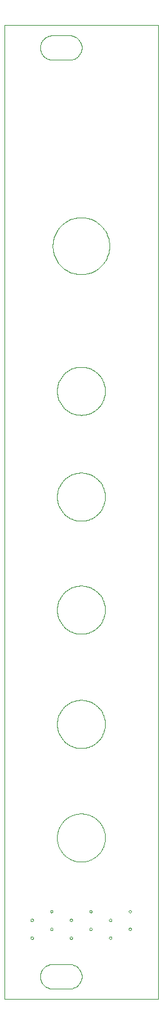
<source format=gm1>
G04 #@! TF.GenerationSoftware,KiCad,Pcbnew,(5.1.5-0-10_14)*
G04 #@! TF.CreationDate,2020-10-09T16:59:21-04:00*
G04 #@! TF.ProjectId,AYOM - VCA Panel,41594f4d-202d-4205-9643-412050616e65,rev?*
G04 #@! TF.SameCoordinates,Original*
G04 #@! TF.FileFunction,Profile,NP*
%FSLAX46Y46*%
G04 Gerber Fmt 4.6, Leading zero omitted, Abs format (unit mm)*
G04 Created by KiCad (PCBNEW (5.1.5-0-10_14)) date 2020-10-09 16:59:21*
%MOMM*%
%LPD*%
G04 APERTURE LIST*
%ADD10C,0.100000*%
G04 APERTURE END LIST*
D10*
X148985025Y-148251371D02*
X148972325Y-148315224D01*
X148972325Y-148315224D02*
X148937047Y-148366729D01*
X148937047Y-148366729D02*
X148885542Y-148402007D01*
X148885542Y-148402007D02*
X148822042Y-148414707D01*
X148822042Y-148414707D02*
X148758189Y-148402007D01*
X148758189Y-148402007D02*
X148706684Y-148366729D01*
X148706684Y-148366729D02*
X148671406Y-148315224D01*
X148671406Y-148315224D02*
X148658706Y-148251371D01*
X148658706Y-148251371D02*
X148671406Y-148187871D01*
X148671406Y-148187871D02*
X148706684Y-148136365D01*
X148706684Y-148136365D02*
X148758189Y-148101087D01*
X148758189Y-148101087D02*
X148822042Y-148088387D01*
X148822042Y-148088387D02*
X148885542Y-148101087D01*
X148885542Y-148101087D02*
X148937047Y-148136365D01*
X148937047Y-148136365D02*
X148972325Y-148187871D01*
X148972325Y-148187871D02*
X148985025Y-148251371D01*
X148985025Y-148251371D02*
X148985025Y-148251371D01*
X146392250Y-149402026D02*
X146379197Y-149465879D01*
X146379197Y-149465879D02*
X146344272Y-149517384D01*
X146344272Y-149517384D02*
X146292414Y-149552662D01*
X146292414Y-149552662D02*
X146228914Y-149565362D01*
X146228914Y-149565362D02*
X146165414Y-149552662D01*
X146165414Y-149552662D02*
X146113555Y-149517384D01*
X146113555Y-149517384D02*
X146078630Y-149465879D01*
X146078630Y-149465879D02*
X146065930Y-149402026D01*
X146065930Y-149402026D02*
X146078630Y-149338526D01*
X146078630Y-149338526D02*
X146113555Y-149287020D01*
X146113555Y-149287020D02*
X146165414Y-149251743D01*
X146165414Y-149251743D02*
X146228914Y-149239043D01*
X146228914Y-149239043D02*
X146292414Y-149251743D01*
X146292414Y-149251743D02*
X146344272Y-149287020D01*
X146344272Y-149287020D02*
X146379197Y-149338526D01*
X146379197Y-149338526D02*
X146392250Y-149402026D01*
X146392250Y-149402026D02*
X146392250Y-149402026D01*
X143799121Y-148251371D02*
X143786421Y-148315224D01*
X143786421Y-148315224D02*
X143751496Y-148366729D01*
X143751496Y-148366729D02*
X143699638Y-148402007D01*
X143699638Y-148402007D02*
X143636138Y-148414707D01*
X143636138Y-148414707D02*
X143572638Y-148402007D01*
X143572638Y-148402007D02*
X143520780Y-148366729D01*
X143520780Y-148366729D02*
X143485855Y-148315224D01*
X143485855Y-148315224D02*
X143472802Y-148251371D01*
X143472802Y-148251371D02*
X143485855Y-148187871D01*
X143485855Y-148187871D02*
X143520780Y-148136365D01*
X143520780Y-148136365D02*
X143572638Y-148101087D01*
X143572638Y-148101087D02*
X143636138Y-148088387D01*
X143636138Y-148088387D02*
X143699638Y-148101087D01*
X143699638Y-148101087D02*
X143751496Y-148136365D01*
X143751496Y-148136365D02*
X143786421Y-148187871D01*
X143786421Y-148187871D02*
X143799121Y-148251371D01*
X143799121Y-148251371D02*
X143799121Y-148251371D01*
X141206346Y-149402026D02*
X141193646Y-149465879D01*
X141193646Y-149465879D02*
X141158368Y-149517384D01*
X141158368Y-149517384D02*
X141106863Y-149552662D01*
X141106863Y-149552662D02*
X141043010Y-149565362D01*
X141043010Y-149565362D02*
X140979510Y-149552662D01*
X140979510Y-149552662D02*
X140928004Y-149517384D01*
X140928004Y-149517384D02*
X140892726Y-149465879D01*
X140892726Y-149465879D02*
X140880026Y-149402026D01*
X140880026Y-149402026D02*
X140892726Y-149338526D01*
X140892726Y-149338526D02*
X140928004Y-149287020D01*
X140928004Y-149287020D02*
X140979510Y-149251743D01*
X140979510Y-149251743D02*
X141043010Y-149239043D01*
X141043010Y-149239043D02*
X141106863Y-149251743D01*
X141106863Y-149251743D02*
X141158368Y-149287020D01*
X141158368Y-149287020D02*
X141193646Y-149338526D01*
X141193646Y-149338526D02*
X141206346Y-149402026D01*
X141206346Y-149402026D02*
X141206346Y-149402026D01*
X138613570Y-148251371D02*
X138600518Y-148315224D01*
X138600518Y-148315224D02*
X138565593Y-148366729D01*
X138565593Y-148366729D02*
X138513734Y-148402007D01*
X138513734Y-148402007D02*
X138450234Y-148414707D01*
X138450234Y-148414707D02*
X138386734Y-148402007D01*
X138386734Y-148402007D02*
X138334876Y-148366729D01*
X138334876Y-148366729D02*
X138299951Y-148315224D01*
X138299951Y-148315224D02*
X138287251Y-148251371D01*
X138287251Y-148251371D02*
X138299951Y-148187871D01*
X138299951Y-148187871D02*
X138334876Y-148136365D01*
X138334876Y-148136365D02*
X138386734Y-148101087D01*
X138386734Y-148101087D02*
X138450234Y-148088387D01*
X138450234Y-148088387D02*
X138513734Y-148101087D01*
X138513734Y-148101087D02*
X138565593Y-148136365D01*
X138565593Y-148136365D02*
X138600518Y-148187871D01*
X138600518Y-148187871D02*
X138613570Y-148251371D01*
X138613570Y-148251371D02*
X138613570Y-148251371D01*
X136020442Y-149402026D02*
X136007742Y-149465879D01*
X136007742Y-149465879D02*
X135972817Y-149517384D01*
X135972817Y-149517384D02*
X135920959Y-149552662D01*
X135920959Y-149552662D02*
X135857459Y-149565362D01*
X135857459Y-149565362D02*
X135793959Y-149552662D01*
X135793959Y-149552662D02*
X135742100Y-149517384D01*
X135742100Y-149517384D02*
X135707175Y-149465879D01*
X135707175Y-149465879D02*
X135694123Y-149402026D01*
X135694123Y-149402026D02*
X135707175Y-149338526D01*
X135707175Y-149338526D02*
X135742100Y-149287020D01*
X135742100Y-149287020D02*
X135793959Y-149251743D01*
X135793959Y-149251743D02*
X135857459Y-149239043D01*
X135857459Y-149239043D02*
X135920959Y-149251743D01*
X135920959Y-149251743D02*
X135972817Y-149287020D01*
X135972817Y-149287020D02*
X136007742Y-149338526D01*
X136007742Y-149338526D02*
X136020442Y-149402026D01*
X136020442Y-149402026D02*
X136020442Y-149402026D01*
X148985025Y-145915947D02*
X148972325Y-145979447D01*
X148972325Y-145979447D02*
X148937047Y-146030952D01*
X148937047Y-146030952D02*
X148885542Y-146066230D01*
X148885542Y-146066230D02*
X148822042Y-146078930D01*
X148822042Y-146078930D02*
X148758189Y-146066230D01*
X148758189Y-146066230D02*
X148706684Y-146030952D01*
X148706684Y-146030952D02*
X148671406Y-145979447D01*
X148671406Y-145979447D02*
X148658706Y-145915947D01*
X148658706Y-145915947D02*
X148671406Y-145852094D01*
X148671406Y-145852094D02*
X148706684Y-145800588D01*
X148706684Y-145800588D02*
X148758189Y-145765311D01*
X148758189Y-145765311D02*
X148822042Y-145752611D01*
X148822042Y-145752611D02*
X148885542Y-145765311D01*
X148885542Y-145765311D02*
X148937047Y-145800588D01*
X148937047Y-145800588D02*
X148972325Y-145852094D01*
X148972325Y-145852094D02*
X148985025Y-145915947D01*
X148985025Y-145915947D02*
X148985025Y-145915947D01*
X146392250Y-147066602D02*
X146379197Y-147130102D01*
X146379197Y-147130102D02*
X146344272Y-147181607D01*
X146344272Y-147181607D02*
X146292414Y-147216885D01*
X146292414Y-147216885D02*
X146228914Y-147229585D01*
X146228914Y-147229585D02*
X146165414Y-147216885D01*
X146165414Y-147216885D02*
X146113555Y-147181607D01*
X146113555Y-147181607D02*
X146078630Y-147130102D01*
X146078630Y-147130102D02*
X146065930Y-147066602D01*
X146065930Y-147066602D02*
X146078630Y-147002749D01*
X146078630Y-147002749D02*
X146113555Y-146951244D01*
X146113555Y-146951244D02*
X146165414Y-146915966D01*
X146165414Y-146915966D02*
X146228914Y-146903266D01*
X146228914Y-146903266D02*
X146292414Y-146915966D01*
X146292414Y-146915966D02*
X146344272Y-146951244D01*
X146344272Y-146951244D02*
X146379197Y-147002749D01*
X146379197Y-147002749D02*
X146392250Y-147066602D01*
X146392250Y-147066602D02*
X146392250Y-147066602D01*
X143799121Y-145915947D02*
X143786421Y-145979447D01*
X143786421Y-145979447D02*
X143751496Y-146030952D01*
X143751496Y-146030952D02*
X143699638Y-146066230D01*
X143699638Y-146066230D02*
X143636138Y-146078930D01*
X143636138Y-146078930D02*
X143572638Y-146066230D01*
X143572638Y-146066230D02*
X143520780Y-146030952D01*
X143520780Y-146030952D02*
X143485855Y-145979447D01*
X143485855Y-145979447D02*
X143472802Y-145915947D01*
X143472802Y-145915947D02*
X143485855Y-145852094D01*
X143485855Y-145852094D02*
X143520780Y-145800588D01*
X143520780Y-145800588D02*
X143572638Y-145765311D01*
X143572638Y-145765311D02*
X143636138Y-145752611D01*
X143636138Y-145752611D02*
X143699638Y-145765311D01*
X143699638Y-145765311D02*
X143751496Y-145800588D01*
X143751496Y-145800588D02*
X143786421Y-145852094D01*
X143786421Y-145852094D02*
X143799121Y-145915947D01*
X143799121Y-145915947D02*
X143799121Y-145915947D01*
X141206346Y-147066602D02*
X141193646Y-147130102D01*
X141193646Y-147130102D02*
X141158368Y-147181607D01*
X141158368Y-147181607D02*
X141106863Y-147216885D01*
X141106863Y-147216885D02*
X141043010Y-147229585D01*
X141043010Y-147229585D02*
X140979510Y-147216885D01*
X140979510Y-147216885D02*
X140928004Y-147181607D01*
X140928004Y-147181607D02*
X140892726Y-147130102D01*
X140892726Y-147130102D02*
X140880026Y-147066602D01*
X140880026Y-147066602D02*
X140892726Y-147002749D01*
X140892726Y-147002749D02*
X140928004Y-146951244D01*
X140928004Y-146951244D02*
X140979510Y-146915966D01*
X140979510Y-146915966D02*
X141043010Y-146903266D01*
X141043010Y-146903266D02*
X141106863Y-146915966D01*
X141106863Y-146915966D02*
X141158368Y-146951244D01*
X141158368Y-146951244D02*
X141193646Y-147002749D01*
X141193646Y-147002749D02*
X141206346Y-147066602D01*
X141206346Y-147066602D02*
X141206346Y-147066602D01*
X138613570Y-145915947D02*
X138600518Y-145979447D01*
X138600518Y-145979447D02*
X138565593Y-146030952D01*
X138565593Y-146030952D02*
X138513734Y-146066230D01*
X138513734Y-146066230D02*
X138450234Y-146078930D01*
X138450234Y-146078930D02*
X138386734Y-146066230D01*
X138386734Y-146066230D02*
X138334876Y-146030952D01*
X138334876Y-146030952D02*
X138299951Y-145979447D01*
X138299951Y-145979447D02*
X138287251Y-145915947D01*
X138287251Y-145915947D02*
X138299951Y-145852094D01*
X138299951Y-145852094D02*
X138334876Y-145800588D01*
X138334876Y-145800588D02*
X138386734Y-145765311D01*
X138386734Y-145765311D02*
X138450234Y-145752611D01*
X138450234Y-145752611D02*
X138513734Y-145765311D01*
X138513734Y-145765311D02*
X138565593Y-145800588D01*
X138565593Y-145800588D02*
X138600518Y-145852094D01*
X138600518Y-145852094D02*
X138613570Y-145915947D01*
X138613570Y-145915947D02*
X138613570Y-145915947D01*
X136020442Y-147066602D02*
X136007742Y-147130102D01*
X136007742Y-147130102D02*
X135972817Y-147181607D01*
X135972817Y-147181607D02*
X135920959Y-147216885D01*
X135920959Y-147216885D02*
X135857459Y-147229585D01*
X135857459Y-147229585D02*
X135793959Y-147216885D01*
X135793959Y-147216885D02*
X135742100Y-147181607D01*
X135742100Y-147181607D02*
X135707175Y-147130102D01*
X135707175Y-147130102D02*
X135694123Y-147066602D01*
X135694123Y-147066602D02*
X135707175Y-147002749D01*
X135707175Y-147002749D02*
X135742100Y-146951244D01*
X135742100Y-146951244D02*
X135793959Y-146915966D01*
X135793959Y-146915966D02*
X135857459Y-146903266D01*
X135857459Y-146903266D02*
X135920959Y-146915966D01*
X135920959Y-146915966D02*
X135972817Y-146951244D01*
X135972817Y-146951244D02*
X136007742Y-147002749D01*
X136007742Y-147002749D02*
X136020442Y-147066602D01*
X136020442Y-147066602D02*
X136020442Y-147066602D01*
X132200000Y-28999996D02*
X152520000Y-28999996D01*
X152520000Y-28999996D02*
X152520000Y-157500710D01*
X152520000Y-157500710D02*
X132200000Y-157500710D01*
X132200000Y-157500710D02*
X132200000Y-28999996D01*
X132200000Y-28999996D02*
X132200000Y-28999996D01*
X138550176Y-30400171D02*
X138693757Y-30400171D01*
X138693757Y-30400171D02*
X138837337Y-30400171D01*
X138837337Y-30400171D02*
X138981271Y-30400171D01*
X138981271Y-30400171D02*
X139125204Y-30400171D01*
X139125204Y-30400171D02*
X139268785Y-30400171D01*
X139268785Y-30400171D02*
X139412365Y-30400171D01*
X139412365Y-30400171D02*
X139556298Y-30400171D01*
X139556298Y-30400171D02*
X139700232Y-30400171D01*
X139700232Y-30400171D02*
X139843812Y-30400171D01*
X139843812Y-30400171D02*
X139987393Y-30400171D01*
X139987393Y-30400171D02*
X140131326Y-30400171D01*
X140131326Y-30400171D02*
X140275260Y-30400171D01*
X140275260Y-30400171D02*
X140418840Y-30400171D01*
X140418840Y-30400171D02*
X140562421Y-30400171D01*
X140562421Y-30400171D02*
X140706354Y-30400171D01*
X140706354Y-30400171D02*
X140850287Y-30400171D01*
X140850287Y-30400171D02*
X141013976Y-30408285D01*
X141013976Y-30408285D02*
X141173432Y-30432627D01*
X141173432Y-30432627D02*
X141326537Y-30471785D01*
X141326537Y-30471785D02*
X141473646Y-30525407D01*
X141473646Y-30525407D02*
X141613698Y-30592788D01*
X141613698Y-30592788D02*
X141745637Y-30672516D01*
X141745637Y-30672516D02*
X141868757Y-30764591D01*
X141868757Y-30764591D02*
X141982351Y-30867954D01*
X141982351Y-30867954D02*
X142085362Y-30981196D01*
X142085362Y-30981196D02*
X142177085Y-31104316D01*
X142177085Y-31104316D02*
X142257518Y-31236254D01*
X142257518Y-31236254D02*
X142324546Y-31376307D01*
X142324546Y-31376307D02*
X142378521Y-31523416D01*
X142378521Y-31523416D02*
X142417679Y-31676874D01*
X142417679Y-31676874D02*
X142441668Y-31835977D01*
X142441668Y-31835977D02*
X142450134Y-32000018D01*
X142450134Y-32000018D02*
X142441668Y-32164060D01*
X142441668Y-32164060D02*
X142417679Y-32323163D01*
X142417679Y-32323163D02*
X142378521Y-32476621D01*
X142378521Y-32476621D02*
X142324546Y-32623729D01*
X142324546Y-32623729D02*
X142257518Y-32763782D01*
X142257518Y-32763782D02*
X142177085Y-32895721D01*
X142177085Y-32895721D02*
X142085362Y-33018841D01*
X142085362Y-33018841D02*
X141982351Y-33132435D01*
X141982351Y-33132435D02*
X141868757Y-33235446D01*
X141868757Y-33235446D02*
X141745637Y-33327168D01*
X141745637Y-33327168D02*
X141613698Y-33407249D01*
X141613698Y-33407249D02*
X141473646Y-33474629D01*
X141473646Y-33474629D02*
X141326537Y-33528252D01*
X141326537Y-33528252D02*
X141173432Y-33567410D01*
X141173432Y-33567410D02*
X141013976Y-33591752D01*
X141013976Y-33591752D02*
X140850287Y-33599866D01*
X140850287Y-33599866D02*
X140706354Y-33599866D01*
X140706354Y-33599866D02*
X140562421Y-33599866D01*
X140562421Y-33599866D02*
X140418840Y-33599866D01*
X140418840Y-33599866D02*
X140275260Y-33599866D01*
X140275260Y-33599866D02*
X140131326Y-33599866D01*
X140131326Y-33599866D02*
X139987393Y-33599866D01*
X139987393Y-33599866D02*
X139843812Y-33599866D01*
X139843812Y-33599866D02*
X139700232Y-33599866D01*
X139700232Y-33599866D02*
X139556298Y-33599866D01*
X139556298Y-33599866D02*
X139412365Y-33599866D01*
X139412365Y-33599866D02*
X139268785Y-33599866D01*
X139268785Y-33599866D02*
X139125204Y-33599866D01*
X139125204Y-33599866D02*
X138981271Y-33599866D01*
X138981271Y-33599866D02*
X138837337Y-33599866D01*
X138837337Y-33599866D02*
X138693757Y-33599866D01*
X138693757Y-33599866D02*
X138550176Y-33599866D01*
X138550176Y-33599866D02*
X138385782Y-33591752D01*
X138385782Y-33591752D02*
X138226679Y-33567410D01*
X138226679Y-33567410D02*
X138073221Y-33528252D01*
X138073221Y-33528252D02*
X137926112Y-33474629D01*
X137926112Y-33474629D02*
X137786412Y-33407249D01*
X137786412Y-33407249D02*
X137654473Y-33327168D01*
X137654473Y-33327168D02*
X137531001Y-33235446D01*
X137531001Y-33235446D02*
X137417760Y-33132435D01*
X137417760Y-33132435D02*
X137314748Y-33018841D01*
X137314748Y-33018841D02*
X137222674Y-32895721D01*
X137222674Y-32895721D02*
X137142946Y-32763782D01*
X137142946Y-32763782D02*
X137075565Y-32623729D01*
X137075565Y-32623729D02*
X137021943Y-32476621D01*
X137021943Y-32476621D02*
X136982785Y-32323163D01*
X136982785Y-32323163D02*
X136958443Y-32164060D01*
X136958443Y-32164060D02*
X136950329Y-32000018D01*
X136950329Y-32000018D02*
X136958443Y-31835977D01*
X136958443Y-31835977D02*
X136982785Y-31676874D01*
X136982785Y-31676874D02*
X137021943Y-31523416D01*
X137021943Y-31523416D02*
X137075565Y-31376307D01*
X137075565Y-31376307D02*
X137142946Y-31236254D01*
X137142946Y-31236254D02*
X137222674Y-31104316D01*
X137222674Y-31104316D02*
X137314748Y-30981196D01*
X137314748Y-30981196D02*
X137417760Y-30867954D01*
X137417760Y-30867954D02*
X137531001Y-30764591D01*
X137531001Y-30764591D02*
X137654473Y-30672516D01*
X137654473Y-30672516D02*
X137786412Y-30592788D01*
X137786412Y-30592788D02*
X137926112Y-30525407D01*
X137926112Y-30525407D02*
X138073221Y-30471785D01*
X138073221Y-30471785D02*
X138226679Y-30432627D01*
X138226679Y-30432627D02*
X138385782Y-30408285D01*
X138385782Y-30408285D02*
X138550176Y-30400171D01*
X138550176Y-30400171D02*
X138550176Y-30400171D01*
X138550176Y-152899500D02*
X138693757Y-152899500D01*
X138693757Y-152899500D02*
X138837337Y-152899500D01*
X138837337Y-152899500D02*
X138981271Y-152899500D01*
X138981271Y-152899500D02*
X139125204Y-152899500D01*
X139125204Y-152899500D02*
X139268785Y-152899500D01*
X139268785Y-152899500D02*
X139412365Y-152899500D01*
X139412365Y-152899500D02*
X139556298Y-152899500D01*
X139556298Y-152899500D02*
X139700232Y-152899500D01*
X139700232Y-152899500D02*
X139843812Y-152899500D01*
X139843812Y-152899500D02*
X139987393Y-152899500D01*
X139987393Y-152899500D02*
X140131326Y-152899500D01*
X140131326Y-152899500D02*
X140275260Y-152899500D01*
X140275260Y-152899500D02*
X140418840Y-152899500D01*
X140418840Y-152899500D02*
X140562421Y-152899500D01*
X140562421Y-152899500D02*
X140706354Y-152899500D01*
X140706354Y-152899500D02*
X140850287Y-152899500D01*
X140850287Y-152899500D02*
X141013976Y-152907614D01*
X141013976Y-152907614D02*
X141173432Y-152931956D01*
X141173432Y-152931956D02*
X141326537Y-152971114D01*
X141326537Y-152971114D02*
X141473646Y-153024736D01*
X141473646Y-153024736D02*
X141613698Y-153092117D01*
X141613698Y-153092117D02*
X141745637Y-153171845D01*
X141745637Y-153171845D02*
X141868757Y-153263920D01*
X141868757Y-153263920D02*
X141982351Y-153366931D01*
X141982351Y-153366931D02*
X142085362Y-153480525D01*
X142085362Y-153480525D02*
X142177085Y-153603645D01*
X142177085Y-153603645D02*
X142257518Y-153735583D01*
X142257518Y-153735583D02*
X142324546Y-153875636D01*
X142324546Y-153875636D02*
X142378521Y-154022745D01*
X142378521Y-154022745D02*
X142417679Y-154176203D01*
X142417679Y-154176203D02*
X142441668Y-154335306D01*
X142441668Y-154335306D02*
X142450134Y-154499347D01*
X142450134Y-154499347D02*
X142441668Y-154663389D01*
X142441668Y-154663389D02*
X142417679Y-154822845D01*
X142417679Y-154822845D02*
X142378521Y-154976656D01*
X142378521Y-154976656D02*
X142324546Y-155124117D01*
X142324546Y-155124117D02*
X142257518Y-155263817D01*
X142257518Y-155263817D02*
X142177085Y-155396108D01*
X142177085Y-155396108D02*
X142085362Y-155519228D01*
X142085362Y-155519228D02*
X141982351Y-155632822D01*
X141982351Y-155632822D02*
X141868757Y-155735833D01*
X141868757Y-155735833D02*
X141745637Y-155827908D01*
X141745637Y-155827908D02*
X141613698Y-155907989D01*
X141613698Y-155907989D02*
X141473646Y-155975369D01*
X141473646Y-155975369D02*
X141326537Y-156028639D01*
X141326537Y-156028639D02*
X141173432Y-156068150D01*
X141173432Y-156068150D02*
X141013976Y-156092492D01*
X141013976Y-156092492D02*
X140850287Y-156100606D01*
X140850287Y-156100606D02*
X140706354Y-156100606D01*
X140706354Y-156100606D02*
X140562421Y-156100606D01*
X140562421Y-156100606D02*
X140418840Y-156100606D01*
X140418840Y-156100606D02*
X140275260Y-156100606D01*
X140275260Y-156100606D02*
X140131326Y-156100606D01*
X140131326Y-156100606D02*
X139987393Y-156100606D01*
X139987393Y-156100606D02*
X139843812Y-156100606D01*
X139843812Y-156100606D02*
X139700232Y-156100606D01*
X139700232Y-156100606D02*
X139556298Y-156100606D01*
X139556298Y-156100606D02*
X139412365Y-156100606D01*
X139412365Y-156100606D02*
X139268785Y-156100606D01*
X139268785Y-156100606D02*
X139125204Y-156100606D01*
X139125204Y-156100606D02*
X138981271Y-156100606D01*
X138981271Y-156100606D02*
X138837337Y-156100606D01*
X138837337Y-156100606D02*
X138693757Y-156100606D01*
X138693757Y-156100606D02*
X138550176Y-156100606D01*
X138550176Y-156100606D02*
X138385782Y-156092492D01*
X138385782Y-156092492D02*
X138226679Y-156068150D01*
X138226679Y-156068150D02*
X138073221Y-156028639D01*
X138073221Y-156028639D02*
X137926112Y-155975369D01*
X137926112Y-155975369D02*
X137786412Y-155907989D01*
X137786412Y-155907989D02*
X137654473Y-155827908D01*
X137654473Y-155827908D02*
X137531001Y-155735833D01*
X137531001Y-155735833D02*
X137417760Y-155632822D01*
X137417760Y-155632822D02*
X137314748Y-155519228D01*
X137314748Y-155519228D02*
X137222674Y-155396108D01*
X137222674Y-155396108D02*
X137142946Y-155263817D01*
X137142946Y-155263817D02*
X137075565Y-155124117D01*
X137075565Y-155124117D02*
X137021943Y-154976656D01*
X137021943Y-154976656D02*
X136982785Y-154822845D01*
X136982785Y-154822845D02*
X136958443Y-154663389D01*
X136958443Y-154663389D02*
X136950329Y-154499347D01*
X136950329Y-154499347D02*
X136958443Y-154335306D01*
X136958443Y-154335306D02*
X136982785Y-154176203D01*
X136982785Y-154176203D02*
X137021943Y-154022745D01*
X137021943Y-154022745D02*
X137075565Y-153875636D01*
X137075565Y-153875636D02*
X137142946Y-153735583D01*
X137142946Y-153735583D02*
X137222674Y-153603645D01*
X137222674Y-153603645D02*
X137314748Y-153480525D01*
X137314748Y-153480525D02*
X137417760Y-153366931D01*
X137417760Y-153366931D02*
X137531001Y-153263920D01*
X137531001Y-153263920D02*
X137654473Y-153171845D01*
X137654473Y-153171845D02*
X137786412Y-153092117D01*
X137786412Y-153092117D02*
X137926112Y-153024736D01*
X137926112Y-153024736D02*
X138073221Y-152971114D01*
X138073221Y-152971114D02*
X138226679Y-152931956D01*
X138226679Y-152931956D02*
X138385782Y-152907614D01*
X138385782Y-152907614D02*
X138550176Y-152899500D01*
X138550176Y-152899500D02*
X138550176Y-152899500D01*
X146111121Y-58155915D02*
X146106182Y-58348884D01*
X146106182Y-58348884D02*
X146091718Y-58539384D01*
X146091718Y-58539384D02*
X146067729Y-58727062D01*
X146067729Y-58727062D02*
X146034921Y-58911565D01*
X146034921Y-58911565D02*
X145992941Y-59092892D01*
X145992941Y-59092892D02*
X145942141Y-59271045D01*
X145942141Y-59271045D02*
X145883227Y-59445317D01*
X145883227Y-59445317D02*
X145816199Y-59615709D01*
X145816199Y-59615709D02*
X145741057Y-59781515D01*
X145741057Y-59781515D02*
X145658507Y-59943440D01*
X145658507Y-59943440D02*
X145568196Y-60100426D01*
X145568196Y-60100426D02*
X145470829Y-60252473D01*
X145470829Y-60252473D02*
X145366054Y-60399581D01*
X145366054Y-60399581D02*
X145254577Y-60541398D01*
X145254577Y-60541398D02*
X145136749Y-60677217D01*
X145136749Y-60677217D02*
X145012924Y-60807745D01*
X145012924Y-60807745D02*
X144882749Y-60931570D01*
X144882749Y-60931570D02*
X144746577Y-61049751D01*
X144746577Y-61049751D02*
X144604407Y-61160876D01*
X144604407Y-61160876D02*
X144457652Y-61265298D01*
X144457652Y-61265298D02*
X144305604Y-61363017D01*
X144305604Y-61363017D02*
X144148618Y-61453329D01*
X144148618Y-61453329D02*
X143987046Y-61536231D01*
X143987046Y-61536231D02*
X143820888Y-61611020D01*
X143820888Y-61611020D02*
X143650143Y-61678401D01*
X143650143Y-61678401D02*
X143476224Y-61737315D01*
X143476224Y-61737315D02*
X143298071Y-61787762D01*
X143298071Y-61787762D02*
X143116743Y-61829742D01*
X143116743Y-61829742D02*
X142931888Y-61862551D01*
X142931888Y-61862551D02*
X142744563Y-61886540D01*
X142744563Y-61886540D02*
X142554063Y-61901003D01*
X142554063Y-61901003D02*
X142361093Y-61905942D01*
X142361093Y-61905942D02*
X142168124Y-61901003D01*
X142168124Y-61901003D02*
X141977624Y-61886540D01*
X141977624Y-61886540D02*
X141789946Y-61862551D01*
X141789946Y-61862551D02*
X141605443Y-61829742D01*
X141605443Y-61829742D02*
X141423763Y-61787762D01*
X141423763Y-61787762D02*
X141245963Y-61737315D01*
X141245963Y-61737315D02*
X141071691Y-61678401D01*
X141071691Y-61678401D02*
X140901299Y-61611020D01*
X140901299Y-61611020D02*
X140735493Y-61536231D01*
X140735493Y-61536231D02*
X140573568Y-61453329D01*
X140573568Y-61453329D02*
X140416230Y-61363017D01*
X140416230Y-61363017D02*
X140264535Y-61265298D01*
X140264535Y-61265298D02*
X140117427Y-61160876D01*
X140117427Y-61160876D02*
X139975610Y-61049751D01*
X139975610Y-61049751D02*
X139839791Y-60931570D01*
X139839791Y-60931570D02*
X139709616Y-60807745D01*
X139709616Y-60807745D02*
X139585085Y-60677217D01*
X139585085Y-60677217D02*
X139467257Y-60541398D01*
X139467257Y-60541398D02*
X139356132Y-60399581D01*
X139356132Y-60399581D02*
X139251710Y-60252473D01*
X139251710Y-60252473D02*
X139153991Y-60100426D01*
X139153991Y-60100426D02*
X139063327Y-59943440D01*
X139063327Y-59943440D02*
X138980777Y-59781515D01*
X138980777Y-59781515D02*
X138905635Y-59615709D01*
X138905635Y-59615709D02*
X138838607Y-59445317D01*
X138838607Y-59445317D02*
X138779693Y-59271045D01*
X138779693Y-59271045D02*
X138728893Y-59092892D01*
X138728893Y-59092892D02*
X138687266Y-58911565D01*
X138687266Y-58911565D02*
X138654105Y-58727062D01*
X138654105Y-58727062D02*
X138630468Y-58539384D01*
X138630468Y-58539384D02*
X138616005Y-58348884D01*
X138616005Y-58348884D02*
X138611066Y-58155915D01*
X138611066Y-58155915D02*
X138616005Y-57962945D01*
X138616005Y-57962945D02*
X138630468Y-57772445D01*
X138630468Y-57772445D02*
X138654105Y-57584767D01*
X138654105Y-57584767D02*
X138687266Y-57399912D01*
X138687266Y-57399912D02*
X138728893Y-57218584D01*
X138728893Y-57218584D02*
X138779693Y-57040784D01*
X138779693Y-57040784D02*
X138838607Y-56866512D01*
X138838607Y-56866512D02*
X138905635Y-56696120D01*
X138905635Y-56696120D02*
X138980777Y-56530315D01*
X138980777Y-56530315D02*
X139063327Y-56368390D01*
X139063327Y-56368390D02*
X139153991Y-56211404D01*
X139153991Y-56211404D02*
X139251710Y-56059356D01*
X139251710Y-56059356D02*
X139356132Y-55912248D01*
X139356132Y-55912248D02*
X139467257Y-55770431D01*
X139467257Y-55770431D02*
X139585085Y-55634612D01*
X139585085Y-55634612D02*
X139709616Y-55504084D01*
X139709616Y-55504084D02*
X139839791Y-55379906D01*
X139839791Y-55379906D02*
X139975610Y-55262079D01*
X139975610Y-55262079D02*
X140117427Y-55150954D01*
X140117427Y-55150954D02*
X140264535Y-55046531D01*
X140264535Y-55046531D02*
X140416230Y-54948812D01*
X140416230Y-54948812D02*
X140573568Y-54858501D01*
X140573568Y-54858501D02*
X140735493Y-54775598D01*
X140735493Y-54775598D02*
X140901299Y-54700456D01*
X140901299Y-54700456D02*
X141071691Y-54633429D01*
X141071691Y-54633429D02*
X141245963Y-54574515D01*
X141245963Y-54574515D02*
X141423763Y-54524068D01*
X141423763Y-54524068D02*
X141605443Y-54482087D01*
X141605443Y-54482087D02*
X141789946Y-54449279D01*
X141789946Y-54449279D02*
X141977624Y-54425290D01*
X141977624Y-54425290D02*
X142168124Y-54410826D01*
X142168124Y-54410826D02*
X142361093Y-54405887D01*
X142361093Y-54405887D02*
X142554063Y-54410826D01*
X142554063Y-54410826D02*
X142744563Y-54425290D01*
X142744563Y-54425290D02*
X142931888Y-54449279D01*
X142931888Y-54449279D02*
X143116743Y-54482087D01*
X143116743Y-54482087D02*
X143298071Y-54524068D01*
X143298071Y-54524068D02*
X143476224Y-54574515D01*
X143476224Y-54574515D02*
X143650143Y-54633429D01*
X143650143Y-54633429D02*
X143820888Y-54700456D01*
X143820888Y-54700456D02*
X143987046Y-54775598D01*
X143987046Y-54775598D02*
X144148618Y-54858501D01*
X144148618Y-54858501D02*
X144305604Y-54948812D01*
X144305604Y-54948812D02*
X144457652Y-55046531D01*
X144457652Y-55046531D02*
X144604407Y-55150954D01*
X144604407Y-55150954D02*
X144746577Y-55262079D01*
X144746577Y-55262079D02*
X144882749Y-55379906D01*
X144882749Y-55379906D02*
X145012924Y-55504084D01*
X145012924Y-55504084D02*
X145136749Y-55634612D01*
X145136749Y-55634612D02*
X145254577Y-55770431D01*
X145254577Y-55770431D02*
X145366054Y-55912248D01*
X145366054Y-55912248D02*
X145470829Y-56059356D01*
X145470829Y-56059356D02*
X145568196Y-56211404D01*
X145568196Y-56211404D02*
X145658507Y-56368390D01*
X145658507Y-56368390D02*
X145741057Y-56530315D01*
X145741057Y-56530315D02*
X145816199Y-56696120D01*
X145816199Y-56696120D02*
X145883227Y-56866512D01*
X145883227Y-56866512D02*
X145942141Y-57040784D01*
X145942141Y-57040784D02*
X145992941Y-57218584D01*
X145992941Y-57218584D02*
X146034921Y-57399912D01*
X146034921Y-57399912D02*
X146067729Y-57584767D01*
X146067729Y-57584767D02*
X146091718Y-57772445D01*
X146091718Y-57772445D02*
X146106182Y-57962945D01*
X146106182Y-57962945D02*
X146111121Y-58155915D01*
X146111121Y-58155915D02*
X146111121Y-58155915D01*
X145535106Y-136198013D02*
X145534047Y-136279857D01*
X145534047Y-136279857D02*
X145530872Y-136361349D01*
X145530872Y-136361349D02*
X145525933Y-136442135D01*
X145525933Y-136442135D02*
X145518525Y-136522568D01*
X145518525Y-136522568D02*
X145509706Y-136602296D01*
X145509706Y-136602296D02*
X145498417Y-136681318D01*
X145498417Y-136681318D02*
X145485364Y-136759988D01*
X145485364Y-136759988D02*
X145470194Y-136837599D01*
X145470194Y-136837599D02*
X145453967Y-136914857D01*
X145453967Y-136914857D02*
X145435269Y-136991410D01*
X145435269Y-136991410D02*
X145414456Y-137067257D01*
X145414456Y-137067257D02*
X145392231Y-137142046D01*
X145392231Y-137142046D02*
X145367889Y-137216482D01*
X145367889Y-137216482D02*
X145342136Y-137289860D01*
X145342136Y-137289860D02*
X145314619Y-137362179D01*
X145314619Y-137362179D02*
X145285339Y-137433793D01*
X145285339Y-137433793D02*
X145254647Y-137504349D01*
X145254647Y-137504349D02*
X145221839Y-137574199D01*
X145221839Y-137574199D02*
X145187619Y-137643343D01*
X145187619Y-137643343D02*
X145151636Y-137711429D01*
X145151636Y-137711429D02*
X145114594Y-137778104D01*
X145114594Y-137778104D02*
X145075083Y-137844427D01*
X145075083Y-137844427D02*
X145034867Y-137909338D01*
X145034867Y-137909338D02*
X144992886Y-137972838D01*
X144992886Y-137972838D02*
X144949142Y-138035985D01*
X144949142Y-138035985D02*
X144904339Y-138097721D01*
X144904339Y-138097721D02*
X144857772Y-138158399D01*
X144857772Y-138158399D02*
X144809794Y-138217665D01*
X144809794Y-138217665D02*
X144760758Y-138275874D01*
X144760758Y-138275874D02*
X144709958Y-138332671D01*
X144709958Y-138332671D02*
X144658453Y-138388410D01*
X144658453Y-138388410D02*
X144604831Y-138442738D01*
X144604831Y-138442738D02*
X144550503Y-138496360D01*
X144550503Y-138496360D02*
X144494764Y-138548218D01*
X144494764Y-138548218D02*
X144437967Y-138598665D01*
X144437967Y-138598665D02*
X144379758Y-138647702D01*
X144379758Y-138647702D02*
X144320139Y-138695679D01*
X144320139Y-138695679D02*
X144259814Y-138742246D01*
X144259814Y-138742246D02*
X144198078Y-138787049D01*
X144198078Y-138787049D02*
X144134931Y-138830793D01*
X144134931Y-138830793D02*
X144071431Y-138872774D01*
X144071431Y-138872774D02*
X144006167Y-138913343D01*
X144006167Y-138913343D02*
X143940197Y-138952502D01*
X143940197Y-138952502D02*
X143873169Y-138989543D01*
X143873169Y-138989543D02*
X143805436Y-139025879D01*
X143805436Y-139025879D02*
X143736292Y-139059746D01*
X143736292Y-139059746D02*
X143666442Y-139092554D01*
X143666442Y-139092554D02*
X143595886Y-139123599D01*
X143595886Y-139123599D02*
X143524272Y-139152879D01*
X143524272Y-139152879D02*
X143451600Y-139180396D01*
X143451600Y-139180396D02*
X143378222Y-139206149D01*
X143378222Y-139206149D02*
X143304139Y-139230490D01*
X143304139Y-139230490D02*
X143229350Y-139252363D01*
X143229350Y-139252363D02*
X143153503Y-139273177D01*
X143153503Y-139273177D02*
X143076950Y-139291874D01*
X143076950Y-139291874D02*
X142999692Y-139308454D01*
X142999692Y-139308454D02*
X142922081Y-139323271D01*
X142922081Y-139323271D02*
X142843411Y-139336324D01*
X142843411Y-139336324D02*
X142764389Y-139347613D01*
X142764389Y-139347613D02*
X142684661Y-139356432D01*
X142684661Y-139356432D02*
X142604228Y-139363840D01*
X142604228Y-139363840D02*
X142523442Y-139368779D01*
X142523442Y-139368779D02*
X142441950Y-139371954D01*
X142441950Y-139371954D02*
X142360106Y-139373013D01*
X142360106Y-139373013D02*
X142278261Y-139371954D01*
X142278261Y-139371954D02*
X142196417Y-139368779D01*
X142196417Y-139368779D02*
X142115983Y-139363840D01*
X142115983Y-139363840D02*
X142035197Y-139356432D01*
X142035197Y-139356432D02*
X141955822Y-139347613D01*
X141955822Y-139347613D02*
X141876447Y-139336324D01*
X141876447Y-139336324D02*
X141797778Y-139323271D01*
X141797778Y-139323271D02*
X141720167Y-139308454D01*
X141720167Y-139308454D02*
X141642908Y-139291874D01*
X141642908Y-139291874D02*
X141566708Y-139273177D01*
X141566708Y-139273177D02*
X141490861Y-139252363D01*
X141490861Y-139252363D02*
X141415720Y-139230490D01*
X141415720Y-139230490D02*
X141341636Y-139206149D01*
X141341636Y-139206149D02*
X141268258Y-139180396D01*
X141268258Y-139180396D02*
X141195939Y-139152879D01*
X141195939Y-139152879D02*
X141124325Y-139123599D01*
X141124325Y-139123599D02*
X141053417Y-139092554D01*
X141053417Y-139092554D02*
X140983567Y-139059746D01*
X140983567Y-139059746D02*
X140914422Y-139025879D01*
X140914422Y-139025879D02*
X140846689Y-138989543D01*
X140846689Y-138989543D02*
X140780014Y-138952502D01*
X140780014Y-138952502D02*
X140713692Y-138913343D01*
X140713692Y-138913343D02*
X140648781Y-138872774D01*
X140648781Y-138872774D02*
X140584928Y-138830793D01*
X140584928Y-138830793D02*
X140522133Y-138787049D01*
X140522133Y-138787049D02*
X140460397Y-138742246D01*
X140460397Y-138742246D02*
X140399720Y-138695679D01*
X140399720Y-138695679D02*
X140340453Y-138647702D01*
X140340453Y-138647702D02*
X140282245Y-138598665D01*
X140282245Y-138598665D02*
X140225095Y-138548218D01*
X140225095Y-138548218D02*
X140169356Y-138496360D01*
X140169356Y-138496360D02*
X140115028Y-138442738D01*
X140115028Y-138442738D02*
X140061758Y-138388410D01*
X140061758Y-138388410D02*
X140009900Y-138332671D01*
X140009900Y-138332671D02*
X139959100Y-138275874D01*
X139959100Y-138275874D02*
X139910064Y-138217665D01*
X139910064Y-138217665D02*
X139862086Y-138158399D01*
X139862086Y-138158399D02*
X139815872Y-138097721D01*
X139815872Y-138097721D02*
X139770717Y-138035985D01*
X139770717Y-138035985D02*
X139727325Y-137972838D01*
X139727325Y-137972838D02*
X139685345Y-137909338D01*
X139685345Y-137909338D02*
X139644775Y-137844427D01*
X139644775Y-137844427D02*
X139605617Y-137778104D01*
X139605617Y-137778104D02*
X139568222Y-137711429D01*
X139568222Y-137711429D02*
X139532239Y-137643343D01*
X139532239Y-137643343D02*
X139498372Y-137574199D01*
X139498372Y-137574199D02*
X139465564Y-137504349D01*
X139465564Y-137504349D02*
X139434520Y-137433793D01*
X139434520Y-137433793D02*
X139405239Y-137362179D01*
X139405239Y-137362179D02*
X139377722Y-137289860D01*
X139377722Y-137289860D02*
X139351970Y-137216482D01*
X139351970Y-137216482D02*
X139327628Y-137142046D01*
X139327628Y-137142046D02*
X139305403Y-137067257D01*
X139305403Y-137067257D02*
X139284942Y-136991410D01*
X139284942Y-136991410D02*
X139266245Y-136914857D01*
X139266245Y-136914857D02*
X139249664Y-136837599D01*
X139249664Y-136837599D02*
X139234847Y-136759988D01*
X139234847Y-136759988D02*
X139221795Y-136681318D01*
X139221795Y-136681318D02*
X139210506Y-136602296D01*
X139210506Y-136602296D02*
X139201333Y-136522568D01*
X139201333Y-136522568D02*
X139194278Y-136442135D01*
X139194278Y-136442135D02*
X139189339Y-136361349D01*
X139189339Y-136361349D02*
X139186164Y-136279857D01*
X139186164Y-136279857D02*
X139185106Y-136198013D01*
X139185106Y-136198013D02*
X139186164Y-136116168D01*
X139186164Y-136116168D02*
X139189339Y-136034677D01*
X139189339Y-136034677D02*
X139194278Y-135953890D01*
X139194278Y-135953890D02*
X139201333Y-135873457D01*
X139201333Y-135873457D02*
X139210506Y-135793729D01*
X139210506Y-135793729D02*
X139221795Y-135714354D01*
X139221795Y-135714354D02*
X139234847Y-135636038D01*
X139234847Y-135636038D02*
X139249664Y-135558427D01*
X139249664Y-135558427D02*
X139266245Y-135481168D01*
X139266245Y-135481168D02*
X139284942Y-135404615D01*
X139284942Y-135404615D02*
X139305403Y-135328768D01*
X139305403Y-135328768D02*
X139327628Y-135253627D01*
X139327628Y-135253627D02*
X139351970Y-135179543D01*
X139351970Y-135179543D02*
X139377722Y-135106165D01*
X139377722Y-135106165D02*
X139405239Y-135033846D01*
X139405239Y-135033846D02*
X139434520Y-134962232D01*
X139434520Y-134962232D02*
X139465564Y-134891324D01*
X139465564Y-134891324D02*
X139498372Y-134821474D01*
X139498372Y-134821474D02*
X139532239Y-134752329D01*
X139532239Y-134752329D02*
X139568222Y-134684596D01*
X139568222Y-134684596D02*
X139605617Y-134617921D01*
X139605617Y-134617921D02*
X139644775Y-134551599D01*
X139644775Y-134551599D02*
X139685345Y-134486688D01*
X139685345Y-134486688D02*
X139727325Y-134422835D01*
X139727325Y-134422835D02*
X139770717Y-134360041D01*
X139770717Y-134360041D02*
X139815872Y-134298304D01*
X139815872Y-134298304D02*
X139862086Y-134237627D01*
X139862086Y-134237627D02*
X139910064Y-134178360D01*
X139910064Y-134178360D02*
X139959100Y-134120152D01*
X139959100Y-134120152D02*
X140009900Y-134063002D01*
X140009900Y-134063002D02*
X140061758Y-134007616D01*
X140061758Y-134007616D02*
X140115028Y-133952935D01*
X140115028Y-133952935D02*
X140169356Y-133899666D01*
X140169356Y-133899666D02*
X140225095Y-133847807D01*
X140225095Y-133847807D02*
X140282245Y-133797007D01*
X140282245Y-133797007D02*
X140340453Y-133747971D01*
X140340453Y-133747971D02*
X140399720Y-133700346D01*
X140399720Y-133700346D02*
X140460397Y-133653779D01*
X140460397Y-133653779D02*
X140522133Y-133608624D01*
X140522133Y-133608624D02*
X140584928Y-133565232D01*
X140584928Y-133565232D02*
X140648781Y-133523252D01*
X140648781Y-133523252D02*
X140713692Y-133482682D01*
X140713692Y-133482682D02*
X140780014Y-133443524D01*
X140780014Y-133443524D02*
X140846689Y-133406129D01*
X140846689Y-133406129D02*
X140914422Y-133370146D01*
X140914422Y-133370146D02*
X140983567Y-133336279D01*
X140983567Y-133336279D02*
X141053417Y-133303471D01*
X141053417Y-133303471D02*
X141124325Y-133272427D01*
X141124325Y-133272427D02*
X141195939Y-133243146D01*
X141195939Y-133243146D02*
X141268258Y-133215629D01*
X141268258Y-133215629D02*
X141341636Y-133189877D01*
X141341636Y-133189877D02*
X141415720Y-133165535D01*
X141415720Y-133165535D02*
X141490861Y-133143663D01*
X141490861Y-133143663D02*
X141566708Y-133122849D01*
X141566708Y-133122849D02*
X141642908Y-133104152D01*
X141642908Y-133104152D02*
X141720167Y-133087571D01*
X141720167Y-133087571D02*
X141797778Y-133072754D01*
X141797778Y-133072754D02*
X141876447Y-133059702D01*
X141876447Y-133059702D02*
X141955822Y-133048413D01*
X141955822Y-133048413D02*
X142035197Y-133039241D01*
X142035197Y-133039241D02*
X142115983Y-133032185D01*
X142115983Y-133032185D02*
X142196417Y-133027246D01*
X142196417Y-133027246D02*
X142278261Y-133024071D01*
X142278261Y-133024071D02*
X142360106Y-133023013D01*
X142360106Y-133023013D02*
X142441950Y-133024071D01*
X142441950Y-133024071D02*
X142523442Y-133027246D01*
X142523442Y-133027246D02*
X142604228Y-133032185D01*
X142604228Y-133032185D02*
X142684661Y-133039241D01*
X142684661Y-133039241D02*
X142764389Y-133048413D01*
X142764389Y-133048413D02*
X142843411Y-133059702D01*
X142843411Y-133059702D02*
X142922081Y-133072754D01*
X142922081Y-133072754D02*
X142999692Y-133087571D01*
X142999692Y-133087571D02*
X143076950Y-133104152D01*
X143076950Y-133104152D02*
X143153503Y-133122849D01*
X143153503Y-133122849D02*
X143229350Y-133143663D01*
X143229350Y-133143663D02*
X143304139Y-133165535D01*
X143304139Y-133165535D02*
X143378222Y-133189877D01*
X143378222Y-133189877D02*
X143451600Y-133215629D01*
X143451600Y-133215629D02*
X143524272Y-133243146D01*
X143524272Y-133243146D02*
X143595886Y-133272427D01*
X143595886Y-133272427D02*
X143666442Y-133303471D01*
X143666442Y-133303471D02*
X143736292Y-133336279D01*
X143736292Y-133336279D02*
X143805436Y-133370146D01*
X143805436Y-133370146D02*
X143873169Y-133406129D01*
X143873169Y-133406129D02*
X143940197Y-133443524D01*
X143940197Y-133443524D02*
X144006167Y-133482682D01*
X144006167Y-133482682D02*
X144071431Y-133523252D01*
X144071431Y-133523252D02*
X144134931Y-133565232D01*
X144134931Y-133565232D02*
X144198078Y-133608624D01*
X144198078Y-133608624D02*
X144259814Y-133653779D01*
X144259814Y-133653779D02*
X144320139Y-133700346D01*
X144320139Y-133700346D02*
X144379758Y-133747971D01*
X144379758Y-133747971D02*
X144437967Y-133797007D01*
X144437967Y-133797007D02*
X144494764Y-133847807D01*
X144494764Y-133847807D02*
X144550503Y-133899666D01*
X144550503Y-133899666D02*
X144604831Y-133952935D01*
X144604831Y-133952935D02*
X144658453Y-134007616D01*
X144658453Y-134007616D02*
X144709958Y-134063002D01*
X144709958Y-134063002D02*
X144760758Y-134120152D01*
X144760758Y-134120152D02*
X144809794Y-134178360D01*
X144809794Y-134178360D02*
X144857772Y-134237627D01*
X144857772Y-134237627D02*
X144904339Y-134298304D01*
X144904339Y-134298304D02*
X144949142Y-134360041D01*
X144949142Y-134360041D02*
X144992886Y-134422835D01*
X144992886Y-134422835D02*
X145034867Y-134486688D01*
X145034867Y-134486688D02*
X145075083Y-134551599D01*
X145075083Y-134551599D02*
X145114594Y-134617921D01*
X145114594Y-134617921D02*
X145151636Y-134684596D01*
X145151636Y-134684596D02*
X145187619Y-134752329D01*
X145187619Y-134752329D02*
X145221839Y-134821474D01*
X145221839Y-134821474D02*
X145254647Y-134891324D01*
X145254647Y-134891324D02*
X145285339Y-134962232D01*
X145285339Y-134962232D02*
X145314619Y-135033846D01*
X145314619Y-135033846D02*
X145342136Y-135106165D01*
X145342136Y-135106165D02*
X145367889Y-135179543D01*
X145367889Y-135179543D02*
X145392231Y-135253627D01*
X145392231Y-135253627D02*
X145414456Y-135328768D01*
X145414456Y-135328768D02*
X145435269Y-135404615D01*
X145435269Y-135404615D02*
X145453967Y-135481168D01*
X145453967Y-135481168D02*
X145470194Y-135558427D01*
X145470194Y-135558427D02*
X145485364Y-135636038D01*
X145485364Y-135636038D02*
X145498417Y-135714354D01*
X145498417Y-135714354D02*
X145509706Y-135793729D01*
X145509706Y-135793729D02*
X145518525Y-135873457D01*
X145518525Y-135873457D02*
X145525933Y-135953890D01*
X145525933Y-135953890D02*
X145530872Y-136034677D01*
X145530872Y-136034677D02*
X145534047Y-136116168D01*
X145534047Y-136116168D02*
X145535106Y-136198013D01*
X145535106Y-136198013D02*
X145535106Y-136198013D01*
X145534753Y-77285148D02*
X145530519Y-77448484D01*
X145530519Y-77448484D02*
X145518525Y-77609704D01*
X145518525Y-77609704D02*
X145498064Y-77768806D01*
X145498064Y-77768806D02*
X145470194Y-77925087D01*
X145470194Y-77925087D02*
X145434917Y-78078545D01*
X145434917Y-78078545D02*
X145392231Y-78229181D01*
X145392231Y-78229181D02*
X145342136Y-78376643D01*
X145342136Y-78376643D02*
X145285339Y-78520929D01*
X145285339Y-78520929D02*
X145221839Y-78661687D01*
X145221839Y-78661687D02*
X145151636Y-78798565D01*
X145151636Y-78798565D02*
X145075083Y-78931562D01*
X145075083Y-78931562D02*
X144992533Y-79060326D01*
X144992533Y-79060326D02*
X144903986Y-79184856D01*
X144903986Y-79184856D02*
X144809794Y-79304801D01*
X144809794Y-79304801D02*
X144709958Y-79419806D01*
X144709958Y-79419806D02*
X144604831Y-79530226D01*
X144604831Y-79530226D02*
X144494764Y-79635354D01*
X144494764Y-79635354D02*
X144379758Y-79735190D01*
X144379758Y-79735190D02*
X144259461Y-79829381D01*
X144259461Y-79829381D02*
X144134931Y-79917929D01*
X144134931Y-79917929D02*
X144006167Y-80000479D01*
X144006167Y-80000479D02*
X143873169Y-80077031D01*
X143873169Y-80077031D02*
X143736292Y-80146881D01*
X143736292Y-80146881D02*
X143595886Y-80210734D01*
X143595886Y-80210734D02*
X143451600Y-80267531D01*
X143451600Y-80267531D02*
X143304139Y-80317273D01*
X143304139Y-80317273D02*
X143153503Y-80360312D01*
X143153503Y-80360312D02*
X142999692Y-80395590D01*
X142999692Y-80395590D02*
X142843411Y-80423459D01*
X142843411Y-80423459D02*
X142684661Y-80443920D01*
X142684661Y-80443920D02*
X142523442Y-80455915D01*
X142523442Y-80455915D02*
X142359753Y-80460148D01*
X142359753Y-80460148D02*
X142196417Y-80455915D01*
X142196417Y-80455915D02*
X142035197Y-80443920D01*
X142035197Y-80443920D02*
X141876447Y-80423459D01*
X141876447Y-80423459D02*
X141720167Y-80395590D01*
X141720167Y-80395590D02*
X141566356Y-80360312D01*
X141566356Y-80360312D02*
X141415720Y-80317273D01*
X141415720Y-80317273D02*
X141268258Y-80267531D01*
X141268258Y-80267531D02*
X141123972Y-80210734D01*
X141123972Y-80210734D02*
X140983567Y-80146881D01*
X140983567Y-80146881D02*
X140846689Y-80077031D01*
X140846689Y-80077031D02*
X140713692Y-80000479D01*
X140713692Y-80000479D02*
X140584928Y-79917929D01*
X140584928Y-79917929D02*
X140460397Y-79829381D01*
X140460397Y-79829381D02*
X140340100Y-79735190D01*
X140340100Y-79735190D02*
X140225095Y-79635354D01*
X140225095Y-79635354D02*
X140115028Y-79530226D01*
X140115028Y-79530226D02*
X140009900Y-79419806D01*
X140009900Y-79419806D02*
X139910064Y-79304801D01*
X139910064Y-79304801D02*
X139815520Y-79184856D01*
X139815520Y-79184856D02*
X139727325Y-79060326D01*
X139727325Y-79060326D02*
X139644775Y-78931562D01*
X139644775Y-78931562D02*
X139568222Y-78798565D01*
X139568222Y-78798565D02*
X139498020Y-78661687D01*
X139498020Y-78661687D02*
X139434520Y-78520929D01*
X139434520Y-78520929D02*
X139377722Y-78376643D01*
X139377722Y-78376643D02*
X139327628Y-78229181D01*
X139327628Y-78229181D02*
X139284942Y-78078545D01*
X139284942Y-78078545D02*
X139249664Y-77925087D01*
X139249664Y-77925087D02*
X139221442Y-77768806D01*
X139221442Y-77768806D02*
X139201333Y-77609704D01*
X139201333Y-77609704D02*
X139188986Y-77448484D01*
X139188986Y-77448484D02*
X139184753Y-77285148D01*
X139184753Y-77285148D02*
X139188986Y-77121812D01*
X139188986Y-77121812D02*
X139201333Y-76960593D01*
X139201333Y-76960593D02*
X139221442Y-76801490D01*
X139221442Y-76801490D02*
X139249664Y-76645562D01*
X139249664Y-76645562D02*
X139284942Y-76491751D01*
X139284942Y-76491751D02*
X139327628Y-76341115D01*
X139327628Y-76341115D02*
X139377722Y-76193654D01*
X139377722Y-76193654D02*
X139434520Y-76049368D01*
X139434520Y-76049368D02*
X139498020Y-75908609D01*
X139498020Y-75908609D02*
X139568222Y-75771732D01*
X139568222Y-75771732D02*
X139644775Y-75638734D01*
X139644775Y-75638734D02*
X139727325Y-75509970D01*
X139727325Y-75509970D02*
X139815520Y-75385440D01*
X139815520Y-75385440D02*
X139910064Y-75265495D01*
X139910064Y-75265495D02*
X140009900Y-75150490D01*
X140009900Y-75150490D02*
X140115028Y-75040070D01*
X140115028Y-75040070D02*
X140225095Y-74934943D01*
X140225095Y-74934943D02*
X140340100Y-74835107D01*
X140340100Y-74835107D02*
X140460397Y-74740915D01*
X140460397Y-74740915D02*
X140584928Y-74652368D01*
X140584928Y-74652368D02*
X140713692Y-74569818D01*
X140713692Y-74569818D02*
X140846689Y-74493265D01*
X140846689Y-74493265D02*
X140983567Y-74423415D01*
X140983567Y-74423415D02*
X141123972Y-74359915D01*
X141123972Y-74359915D02*
X141268258Y-74302765D01*
X141268258Y-74302765D02*
X141415720Y-74253023D01*
X141415720Y-74253023D02*
X141566356Y-74209984D01*
X141566356Y-74209984D02*
X141720167Y-74174707D01*
X141720167Y-74174707D02*
X141876447Y-74146837D01*
X141876447Y-74146837D02*
X142035197Y-74126376D01*
X142035197Y-74126376D02*
X142196417Y-74114382D01*
X142196417Y-74114382D02*
X142359753Y-74110148D01*
X142359753Y-74110148D02*
X142523442Y-74114382D01*
X142523442Y-74114382D02*
X142684661Y-74126376D01*
X142684661Y-74126376D02*
X142843411Y-74146837D01*
X142843411Y-74146837D02*
X142999692Y-74174707D01*
X142999692Y-74174707D02*
X143153503Y-74209984D01*
X143153503Y-74209984D02*
X143304139Y-74253023D01*
X143304139Y-74253023D02*
X143451600Y-74302765D01*
X143451600Y-74302765D02*
X143595886Y-74359915D01*
X143595886Y-74359915D02*
X143736292Y-74423415D01*
X143736292Y-74423415D02*
X143873169Y-74493265D01*
X143873169Y-74493265D02*
X144006167Y-74569818D01*
X144006167Y-74569818D02*
X144134931Y-74652368D01*
X144134931Y-74652368D02*
X144259461Y-74740915D01*
X144259461Y-74740915D02*
X144379758Y-74835107D01*
X144379758Y-74835107D02*
X144494764Y-74934943D01*
X144494764Y-74934943D02*
X144604831Y-75040070D01*
X144604831Y-75040070D02*
X144709958Y-75150490D01*
X144709958Y-75150490D02*
X144809794Y-75265495D01*
X144809794Y-75265495D02*
X144903986Y-75385440D01*
X144903986Y-75385440D02*
X144992533Y-75509970D01*
X144992533Y-75509970D02*
X145075083Y-75638734D01*
X145075083Y-75638734D02*
X145151636Y-75771732D01*
X145151636Y-75771732D02*
X145221839Y-75908609D01*
X145221839Y-75908609D02*
X145285339Y-76049368D01*
X145285339Y-76049368D02*
X145342136Y-76193654D01*
X145342136Y-76193654D02*
X145392231Y-76341115D01*
X145392231Y-76341115D02*
X145434917Y-76491751D01*
X145434917Y-76491751D02*
X145470194Y-76645562D01*
X145470194Y-76645562D02*
X145498064Y-76801490D01*
X145498064Y-76801490D02*
X145518525Y-76960593D01*
X145518525Y-76960593D02*
X145530519Y-77121812D01*
X145530519Y-77121812D02*
X145534753Y-77285148D01*
X145534753Y-77285148D02*
X145534753Y-77285148D01*
X145535776Y-91239873D02*
X145531542Y-91403209D01*
X145531542Y-91403209D02*
X145519548Y-91564428D01*
X145519548Y-91564428D02*
X145499087Y-91723531D01*
X145499087Y-91723531D02*
X145471217Y-91879811D01*
X145471217Y-91879811D02*
X145435940Y-92033270D01*
X145435940Y-92033270D02*
X145393254Y-92183906D01*
X145393254Y-92183906D02*
X145343159Y-92331720D01*
X145343159Y-92331720D02*
X145286362Y-92475653D01*
X145286362Y-92475653D02*
X145222862Y-92616411D01*
X145222862Y-92616411D02*
X145152659Y-92753289D01*
X145152659Y-92753289D02*
X145076106Y-92886286D01*
X145076106Y-92886286D02*
X144993556Y-93015050D01*
X144993556Y-93015050D02*
X144905009Y-93139581D01*
X144905009Y-93139581D02*
X144810817Y-93259525D01*
X144810817Y-93259525D02*
X144710981Y-93374531D01*
X144710981Y-93374531D02*
X144605854Y-93484950D01*
X144605854Y-93484950D02*
X144495787Y-93590078D01*
X144495787Y-93590078D02*
X144380781Y-93689914D01*
X144380781Y-93689914D02*
X144260484Y-93784106D01*
X144260484Y-93784106D02*
X144135954Y-93872653D01*
X144135954Y-93872653D02*
X144007190Y-93955203D01*
X144007190Y-93955203D02*
X143874193Y-94031756D01*
X143874193Y-94031756D02*
X143737315Y-94101959D01*
X143737315Y-94101959D02*
X143596909Y-94165459D01*
X143596909Y-94165459D02*
X143452623Y-94222256D01*
X143452623Y-94222256D02*
X143305162Y-94272350D01*
X143305162Y-94272350D02*
X143154526Y-94315036D01*
X143154526Y-94315036D02*
X143000715Y-94350314D01*
X143000715Y-94350314D02*
X142844434Y-94378184D01*
X142844434Y-94378184D02*
X142685684Y-94398645D01*
X142685684Y-94398645D02*
X142524465Y-94410639D01*
X142524465Y-94410639D02*
X142360776Y-94414873D01*
X142360776Y-94414873D02*
X142197440Y-94410639D01*
X142197440Y-94410639D02*
X142036220Y-94398645D01*
X142036220Y-94398645D02*
X141877470Y-94378184D01*
X141877470Y-94378184D02*
X141721190Y-94350314D01*
X141721190Y-94350314D02*
X141567379Y-94315036D01*
X141567379Y-94315036D02*
X141416743Y-94272350D01*
X141416743Y-94272350D02*
X141269281Y-94222256D01*
X141269281Y-94222256D02*
X141124995Y-94165459D01*
X141124995Y-94165459D02*
X140984590Y-94101959D01*
X140984590Y-94101959D02*
X140847712Y-94031756D01*
X140847712Y-94031756D02*
X140714715Y-93955203D01*
X140714715Y-93955203D02*
X140585951Y-93872653D01*
X140585951Y-93872653D02*
X140461068Y-93784106D01*
X140461068Y-93784106D02*
X140341123Y-93689914D01*
X140341123Y-93689914D02*
X140226118Y-93590078D01*
X140226118Y-93590078D02*
X140116051Y-93484950D01*
X140116051Y-93484950D02*
X140010923Y-93374531D01*
X140010923Y-93374531D02*
X139911087Y-93259525D01*
X139911087Y-93259525D02*
X139816543Y-93139581D01*
X139816543Y-93139581D02*
X139727995Y-93015050D01*
X139727995Y-93015050D02*
X139645798Y-92886286D01*
X139645798Y-92886286D02*
X139569245Y-92753289D01*
X139569245Y-92753289D02*
X139499043Y-92616411D01*
X139499043Y-92616411D02*
X139435543Y-92475653D01*
X139435543Y-92475653D02*
X139378745Y-92331720D01*
X139378745Y-92331720D02*
X139328651Y-92183906D01*
X139328651Y-92183906D02*
X139285965Y-92033270D01*
X139285965Y-92033270D02*
X139250687Y-91879811D01*
X139250687Y-91879811D02*
X139222465Y-91723531D01*
X139222465Y-91723531D02*
X139202357Y-91564428D01*
X139202357Y-91564428D02*
X139190009Y-91403209D01*
X139190009Y-91403209D02*
X139185776Y-91239873D01*
X139185776Y-91239873D02*
X139190009Y-91076536D01*
X139190009Y-91076536D02*
X139202357Y-90915317D01*
X139202357Y-90915317D02*
X139222465Y-90756214D01*
X139222465Y-90756214D02*
X139250687Y-90600286D01*
X139250687Y-90600286D02*
X139285965Y-90446475D01*
X139285965Y-90446475D02*
X139328651Y-90295839D01*
X139328651Y-90295839D02*
X139378745Y-90148378D01*
X139378745Y-90148378D02*
X139435543Y-90004092D01*
X139435543Y-90004092D02*
X139499043Y-89863334D01*
X139499043Y-89863334D02*
X139569245Y-89726456D01*
X139569245Y-89726456D02*
X139645798Y-89593459D01*
X139645798Y-89593459D02*
X139727995Y-89464695D01*
X139727995Y-89464695D02*
X139816543Y-89340164D01*
X139816543Y-89340164D02*
X139911087Y-89220220D01*
X139911087Y-89220220D02*
X140010923Y-89105214D01*
X140010923Y-89105214D02*
X140116051Y-88994795D01*
X140116051Y-88994795D02*
X140226118Y-88889667D01*
X140226118Y-88889667D02*
X140341123Y-88789831D01*
X140341123Y-88789831D02*
X140461068Y-88695639D01*
X140461068Y-88695639D02*
X140585951Y-88607092D01*
X140585951Y-88607092D02*
X140714715Y-88524542D01*
X140714715Y-88524542D02*
X140847712Y-88447989D01*
X140847712Y-88447989D02*
X140984590Y-88378139D01*
X140984590Y-88378139D02*
X141124995Y-88314639D01*
X141124995Y-88314639D02*
X141269281Y-88257489D01*
X141269281Y-88257489D02*
X141416743Y-88207748D01*
X141416743Y-88207748D02*
X141567379Y-88165062D01*
X141567379Y-88165062D02*
X141721190Y-88129431D01*
X141721190Y-88129431D02*
X141877470Y-88101562D01*
X141877470Y-88101562D02*
X142036220Y-88081100D01*
X142036220Y-88081100D02*
X142197440Y-88069106D01*
X142197440Y-88069106D02*
X142360776Y-88064873D01*
X142360776Y-88064873D02*
X142524465Y-88069106D01*
X142524465Y-88069106D02*
X142685684Y-88081100D01*
X142685684Y-88081100D02*
X142844434Y-88101562D01*
X142844434Y-88101562D02*
X143000715Y-88129431D01*
X143000715Y-88129431D02*
X143154526Y-88165062D01*
X143154526Y-88165062D02*
X143305162Y-88207748D01*
X143305162Y-88207748D02*
X143452623Y-88257489D01*
X143452623Y-88257489D02*
X143596909Y-88314639D01*
X143596909Y-88314639D02*
X143737315Y-88378139D01*
X143737315Y-88378139D02*
X143874193Y-88447989D01*
X143874193Y-88447989D02*
X144007190Y-88524542D01*
X144007190Y-88524542D02*
X144135954Y-88607092D01*
X144135954Y-88607092D02*
X144260484Y-88695639D01*
X144260484Y-88695639D02*
X144380781Y-88789831D01*
X144380781Y-88789831D02*
X144495787Y-88889667D01*
X144495787Y-88889667D02*
X144605854Y-88994795D01*
X144605854Y-88994795D02*
X144710981Y-89105214D01*
X144710981Y-89105214D02*
X144810817Y-89220220D01*
X144810817Y-89220220D02*
X144905009Y-89340164D01*
X144905009Y-89340164D02*
X144993556Y-89464695D01*
X144993556Y-89464695D02*
X145076106Y-89593459D01*
X145076106Y-89593459D02*
X145152659Y-89726456D01*
X145152659Y-89726456D02*
X145222862Y-89863334D01*
X145222862Y-89863334D02*
X145286362Y-90004092D01*
X145286362Y-90004092D02*
X145343159Y-90148378D01*
X145343159Y-90148378D02*
X145393254Y-90295839D01*
X145393254Y-90295839D02*
X145435940Y-90446475D01*
X145435940Y-90446475D02*
X145471217Y-90600286D01*
X145471217Y-90600286D02*
X145499087Y-90756214D01*
X145499087Y-90756214D02*
X145519548Y-90915317D01*
X145519548Y-90915317D02*
X145531542Y-91076536D01*
X145531542Y-91076536D02*
X145535776Y-91239873D01*
X145535776Y-91239873D02*
X145535776Y-91239873D01*
X145535106Y-106145933D02*
X145530872Y-106309269D01*
X145530872Y-106309269D02*
X145518525Y-106470488D01*
X145518525Y-106470488D02*
X145498417Y-106629591D01*
X145498417Y-106629591D02*
X145470194Y-106785519D01*
X145470194Y-106785519D02*
X145435269Y-106939330D01*
X145435269Y-106939330D02*
X145392231Y-107089966D01*
X145392231Y-107089966D02*
X145342136Y-107237427D01*
X145342136Y-107237427D02*
X145285339Y-107381713D01*
X145285339Y-107381713D02*
X145221839Y-107522472D01*
X145221839Y-107522472D02*
X145151636Y-107659349D01*
X145151636Y-107659349D02*
X145075083Y-107792347D01*
X145075083Y-107792347D02*
X144992886Y-107921111D01*
X144992886Y-107921111D02*
X144904339Y-108045641D01*
X144904339Y-108045641D02*
X144809794Y-108165586D01*
X144809794Y-108165586D02*
X144709958Y-108280591D01*
X144709958Y-108280591D02*
X144604831Y-108391011D01*
X144604831Y-108391011D02*
X144494764Y-108496138D01*
X144494764Y-108496138D02*
X144379758Y-108595974D01*
X144379758Y-108595974D02*
X144259814Y-108690166D01*
X144259814Y-108690166D02*
X144134931Y-108778713D01*
X144134931Y-108778713D02*
X144006167Y-108861263D01*
X144006167Y-108861263D02*
X143873169Y-108937816D01*
X143873169Y-108937816D02*
X143736292Y-109007666D01*
X143736292Y-109007666D02*
X143595886Y-109071166D01*
X143595886Y-109071166D02*
X143451600Y-109128316D01*
X143451600Y-109128316D02*
X143304139Y-109178058D01*
X143304139Y-109178058D02*
X143153503Y-109221097D01*
X143153503Y-109221097D02*
X142999692Y-109256374D01*
X142999692Y-109256374D02*
X142843411Y-109284244D01*
X142843411Y-109284244D02*
X142684661Y-109304705D01*
X142684661Y-109304705D02*
X142523442Y-109316699D01*
X142523442Y-109316699D02*
X142360106Y-109320933D01*
X142360106Y-109320933D02*
X142196417Y-109316699D01*
X142196417Y-109316699D02*
X142035197Y-109304705D01*
X142035197Y-109304705D02*
X141876447Y-109284244D01*
X141876447Y-109284244D02*
X141720167Y-109256374D01*
X141720167Y-109256374D02*
X141566708Y-109221097D01*
X141566708Y-109221097D02*
X141415720Y-109178058D01*
X141415720Y-109178058D02*
X141268258Y-109128316D01*
X141268258Y-109128316D02*
X141124325Y-109071166D01*
X141124325Y-109071166D02*
X140983567Y-109007666D01*
X140983567Y-109007666D02*
X140846689Y-108937816D01*
X140846689Y-108937816D02*
X140713692Y-108861263D01*
X140713692Y-108861263D02*
X140584928Y-108778713D01*
X140584928Y-108778713D02*
X140460397Y-108690166D01*
X140460397Y-108690166D02*
X140340453Y-108595974D01*
X140340453Y-108595974D02*
X140225095Y-108496138D01*
X140225095Y-108496138D02*
X140115028Y-108391011D01*
X140115028Y-108391011D02*
X140009900Y-108280591D01*
X140009900Y-108280591D02*
X139910064Y-108165586D01*
X139910064Y-108165586D02*
X139815872Y-108045641D01*
X139815872Y-108045641D02*
X139727325Y-107921111D01*
X139727325Y-107921111D02*
X139644775Y-107792347D01*
X139644775Y-107792347D02*
X139568222Y-107659349D01*
X139568222Y-107659349D02*
X139498372Y-107522472D01*
X139498372Y-107522472D02*
X139434520Y-107381713D01*
X139434520Y-107381713D02*
X139377722Y-107237427D01*
X139377722Y-107237427D02*
X139327628Y-107089966D01*
X139327628Y-107089966D02*
X139284942Y-106939330D01*
X139284942Y-106939330D02*
X139249664Y-106785519D01*
X139249664Y-106785519D02*
X139221795Y-106629591D01*
X139221795Y-106629591D02*
X139201333Y-106470488D01*
X139201333Y-106470488D02*
X139189339Y-106309269D01*
X139189339Y-106309269D02*
X139185106Y-106145933D01*
X139185106Y-106145933D02*
X139189339Y-105982597D01*
X139189339Y-105982597D02*
X139201333Y-105821377D01*
X139201333Y-105821377D02*
X139221795Y-105662274D01*
X139221795Y-105662274D02*
X139249664Y-105505994D01*
X139249664Y-105505994D02*
X139284942Y-105352536D01*
X139284942Y-105352536D02*
X139327628Y-105201899D01*
X139327628Y-105201899D02*
X139377722Y-105054438D01*
X139377722Y-105054438D02*
X139434520Y-104910152D01*
X139434520Y-104910152D02*
X139498372Y-104769394D01*
X139498372Y-104769394D02*
X139568222Y-104632516D01*
X139568222Y-104632516D02*
X139644775Y-104499519D01*
X139644775Y-104499519D02*
X139727325Y-104370755D01*
X139727325Y-104370755D02*
X139815872Y-104246225D01*
X139815872Y-104246225D02*
X139910064Y-104126280D01*
X139910064Y-104126280D02*
X140009900Y-104011275D01*
X140009900Y-104011275D02*
X140115028Y-103900855D01*
X140115028Y-103900855D02*
X140225095Y-103795727D01*
X140225095Y-103795727D02*
X140340453Y-103695891D01*
X140340453Y-103695891D02*
X140460397Y-103601700D01*
X140460397Y-103601700D02*
X140584928Y-103513152D01*
X140584928Y-103513152D02*
X140713692Y-103430602D01*
X140713692Y-103430602D02*
X140846689Y-103354050D01*
X140846689Y-103354050D02*
X140983567Y-103284200D01*
X140983567Y-103284200D02*
X141124325Y-103220347D01*
X141124325Y-103220347D02*
X141268258Y-103163550D01*
X141268258Y-103163550D02*
X141415720Y-103113808D01*
X141415720Y-103113808D02*
X141566708Y-103070769D01*
X141566708Y-103070769D02*
X141720167Y-103035491D01*
X141720167Y-103035491D02*
X141876447Y-103007622D01*
X141876447Y-103007622D02*
X142035197Y-102987161D01*
X142035197Y-102987161D02*
X142196417Y-102975166D01*
X142196417Y-102975166D02*
X142360106Y-102970933D01*
X142360106Y-102970933D02*
X142523442Y-102975166D01*
X142523442Y-102975166D02*
X142684661Y-102987161D01*
X142684661Y-102987161D02*
X142843411Y-103007622D01*
X142843411Y-103007622D02*
X142999692Y-103035491D01*
X142999692Y-103035491D02*
X143153503Y-103070769D01*
X143153503Y-103070769D02*
X143304139Y-103113808D01*
X143304139Y-103113808D02*
X143451600Y-103163550D01*
X143451600Y-103163550D02*
X143595886Y-103220347D01*
X143595886Y-103220347D02*
X143736292Y-103284200D01*
X143736292Y-103284200D02*
X143873169Y-103354050D01*
X143873169Y-103354050D02*
X144006167Y-103430602D01*
X144006167Y-103430602D02*
X144134931Y-103513152D01*
X144134931Y-103513152D02*
X144259814Y-103601700D01*
X144259814Y-103601700D02*
X144379758Y-103695891D01*
X144379758Y-103695891D02*
X144494764Y-103795727D01*
X144494764Y-103795727D02*
X144604831Y-103900855D01*
X144604831Y-103900855D02*
X144709958Y-104011275D01*
X144709958Y-104011275D02*
X144809794Y-104126280D01*
X144809794Y-104126280D02*
X144904339Y-104246225D01*
X144904339Y-104246225D02*
X144992886Y-104370755D01*
X144992886Y-104370755D02*
X145075083Y-104499519D01*
X145075083Y-104499519D02*
X145151636Y-104632516D01*
X145151636Y-104632516D02*
X145221839Y-104769394D01*
X145221839Y-104769394D02*
X145285339Y-104910152D01*
X145285339Y-104910152D02*
X145342136Y-105054438D01*
X145342136Y-105054438D02*
X145392231Y-105201899D01*
X145392231Y-105201899D02*
X145435269Y-105352536D01*
X145435269Y-105352536D02*
X145470194Y-105505994D01*
X145470194Y-105505994D02*
X145498417Y-105662274D01*
X145498417Y-105662274D02*
X145518525Y-105821377D01*
X145518525Y-105821377D02*
X145530872Y-105982597D01*
X145530872Y-105982597D02*
X145535106Y-106145933D01*
X145535106Y-106145933D02*
X145535106Y-106145933D01*
X145535776Y-121213212D02*
X145531542Y-121376549D01*
X145531542Y-121376549D02*
X145519548Y-121537768D01*
X145519548Y-121537768D02*
X145499087Y-121696871D01*
X145499087Y-121696871D02*
X145471217Y-121852799D01*
X145471217Y-121852799D02*
X145435940Y-122006610D01*
X145435940Y-122006610D02*
X145393254Y-122157599D01*
X145393254Y-122157599D02*
X145343159Y-122305060D01*
X145343159Y-122305060D02*
X145286362Y-122448993D01*
X145286362Y-122448993D02*
X145222862Y-122589751D01*
X145222862Y-122589751D02*
X145152659Y-122726629D01*
X145152659Y-122726629D02*
X145076106Y-122859626D01*
X145076106Y-122859626D02*
X144993556Y-122988390D01*
X144993556Y-122988390D02*
X144905009Y-123112921D01*
X144905009Y-123112921D02*
X144810817Y-123232865D01*
X144810817Y-123232865D02*
X144710981Y-123348224D01*
X144710981Y-123348224D02*
X144605854Y-123458290D01*
X144605854Y-123458290D02*
X144495787Y-123563418D01*
X144495787Y-123563418D02*
X144380781Y-123663254D01*
X144380781Y-123663254D02*
X144260484Y-123757446D01*
X144260484Y-123757446D02*
X144135954Y-123845993D01*
X144135954Y-123845993D02*
X144007190Y-123928543D01*
X144007190Y-123928543D02*
X143874193Y-124005096D01*
X143874193Y-124005096D02*
X143737315Y-124074946D01*
X143737315Y-124074946D02*
X143596909Y-124138799D01*
X143596909Y-124138799D02*
X143452623Y-124195596D01*
X143452623Y-124195596D02*
X143305162Y-124245690D01*
X143305162Y-124245690D02*
X143154526Y-124288376D01*
X143154526Y-124288376D02*
X143000715Y-124323654D01*
X143000715Y-124323654D02*
X142844434Y-124351524D01*
X142844434Y-124351524D02*
X142685684Y-124371985D01*
X142685684Y-124371985D02*
X142524465Y-124383979D01*
X142524465Y-124383979D02*
X142360776Y-124388212D01*
X142360776Y-124388212D02*
X142197440Y-124383979D01*
X142197440Y-124383979D02*
X142036220Y-124371985D01*
X142036220Y-124371985D02*
X141877470Y-124351524D01*
X141877470Y-124351524D02*
X141721190Y-124323654D01*
X141721190Y-124323654D02*
X141567379Y-124288376D01*
X141567379Y-124288376D02*
X141416743Y-124245690D01*
X141416743Y-124245690D02*
X141269281Y-124195596D01*
X141269281Y-124195596D02*
X141124995Y-124138799D01*
X141124995Y-124138799D02*
X140984590Y-124074946D01*
X140984590Y-124074946D02*
X140847712Y-124005096D01*
X140847712Y-124005096D02*
X140714715Y-123928543D01*
X140714715Y-123928543D02*
X140585951Y-123845993D01*
X140585951Y-123845993D02*
X140461068Y-123757446D01*
X140461068Y-123757446D02*
X140341123Y-123663254D01*
X140341123Y-123663254D02*
X140226118Y-123563418D01*
X140226118Y-123563418D02*
X140116051Y-123458290D01*
X140116051Y-123458290D02*
X140010923Y-123348224D01*
X140010923Y-123348224D02*
X139911087Y-123232865D01*
X139911087Y-123232865D02*
X139816543Y-123112921D01*
X139816543Y-123112921D02*
X139727995Y-122988390D01*
X139727995Y-122988390D02*
X139645798Y-122859626D01*
X139645798Y-122859626D02*
X139569245Y-122726629D01*
X139569245Y-122726629D02*
X139499043Y-122589751D01*
X139499043Y-122589751D02*
X139435543Y-122448993D01*
X139435543Y-122448993D02*
X139378745Y-122305060D01*
X139378745Y-122305060D02*
X139328651Y-122157599D01*
X139328651Y-122157599D02*
X139285965Y-122006610D01*
X139285965Y-122006610D02*
X139250687Y-121852799D01*
X139250687Y-121852799D02*
X139222465Y-121696871D01*
X139222465Y-121696871D02*
X139202357Y-121537768D01*
X139202357Y-121537768D02*
X139190009Y-121376549D01*
X139190009Y-121376549D02*
X139185776Y-121213212D01*
X139185776Y-121213212D02*
X139190009Y-121049876D01*
X139190009Y-121049876D02*
X139202357Y-120888657D01*
X139202357Y-120888657D02*
X139222465Y-120729907D01*
X139222465Y-120729907D02*
X139250687Y-120573626D01*
X139250687Y-120573626D02*
X139285965Y-120419815D01*
X139285965Y-120419815D02*
X139328651Y-120269179D01*
X139328651Y-120269179D02*
X139378745Y-120121718D01*
X139378745Y-120121718D02*
X139435543Y-119977432D01*
X139435543Y-119977432D02*
X139499043Y-119837026D01*
X139499043Y-119837026D02*
X139569245Y-119699796D01*
X139569245Y-119699796D02*
X139645798Y-119567151D01*
X139645798Y-119567151D02*
X139727995Y-119438388D01*
X139727995Y-119438388D02*
X139816543Y-119313504D01*
X139816543Y-119313504D02*
X139911087Y-119193560D01*
X139911087Y-119193560D02*
X140010923Y-119078554D01*
X140010923Y-119078554D02*
X140116051Y-118968488D01*
X140116051Y-118968488D02*
X140226118Y-118863007D01*
X140226118Y-118863007D02*
X140341123Y-118763524D01*
X140341123Y-118763524D02*
X140461068Y-118668979D01*
X140461068Y-118668979D02*
X140585951Y-118580432D01*
X140585951Y-118580432D02*
X140714715Y-118497882D01*
X140714715Y-118497882D02*
X140847712Y-118421682D01*
X140847712Y-118421682D02*
X140984590Y-118351479D01*
X140984590Y-118351479D02*
X141124995Y-118287626D01*
X141124995Y-118287626D02*
X141269281Y-118230829D01*
X141269281Y-118230829D02*
X141416743Y-118181088D01*
X141416743Y-118181088D02*
X141567379Y-118138049D01*
X141567379Y-118138049D02*
X141721190Y-118102771D01*
X141721190Y-118102771D02*
X141877470Y-118074901D01*
X141877470Y-118074901D02*
X142036220Y-118054793D01*
X142036220Y-118054793D02*
X142197440Y-118042446D01*
X142197440Y-118042446D02*
X142360776Y-118038213D01*
X142360776Y-118038213D02*
X142524465Y-118042446D01*
X142524465Y-118042446D02*
X142685684Y-118054793D01*
X142685684Y-118054793D02*
X142844434Y-118074901D01*
X142844434Y-118074901D02*
X143000715Y-118102771D01*
X143000715Y-118102771D02*
X143154526Y-118138049D01*
X143154526Y-118138049D02*
X143305162Y-118181088D01*
X143305162Y-118181088D02*
X143452623Y-118230829D01*
X143452623Y-118230829D02*
X143596909Y-118287626D01*
X143596909Y-118287626D02*
X143737315Y-118351479D01*
X143737315Y-118351479D02*
X143874193Y-118421682D01*
X143874193Y-118421682D02*
X144007190Y-118497882D01*
X144007190Y-118497882D02*
X144135954Y-118580432D01*
X144135954Y-118580432D02*
X144260484Y-118668979D01*
X144260484Y-118668979D02*
X144380781Y-118763524D01*
X144380781Y-118763524D02*
X144495787Y-118863007D01*
X144495787Y-118863007D02*
X144605854Y-118968488D01*
X144605854Y-118968488D02*
X144710981Y-119078554D01*
X144710981Y-119078554D02*
X144810817Y-119193560D01*
X144810817Y-119193560D02*
X144905009Y-119313504D01*
X144905009Y-119313504D02*
X144993556Y-119438388D01*
X144993556Y-119438388D02*
X145076106Y-119567151D01*
X145076106Y-119567151D02*
X145152659Y-119699796D01*
X145152659Y-119699796D02*
X145222862Y-119837026D01*
X145222862Y-119837026D02*
X145286362Y-119977432D01*
X145286362Y-119977432D02*
X145343159Y-120121718D01*
X145343159Y-120121718D02*
X145393254Y-120269179D01*
X145393254Y-120269179D02*
X145435940Y-120419815D01*
X145435940Y-120419815D02*
X145471217Y-120573626D01*
X145471217Y-120573626D02*
X145499087Y-120729907D01*
X145499087Y-120729907D02*
X145519548Y-120888657D01*
X145519548Y-120888657D02*
X145531542Y-121049876D01*
X145531542Y-121049876D02*
X145535776Y-121213212D01*
X145535776Y-121213212D02*
X145535776Y-121213212D01*
M02*

</source>
